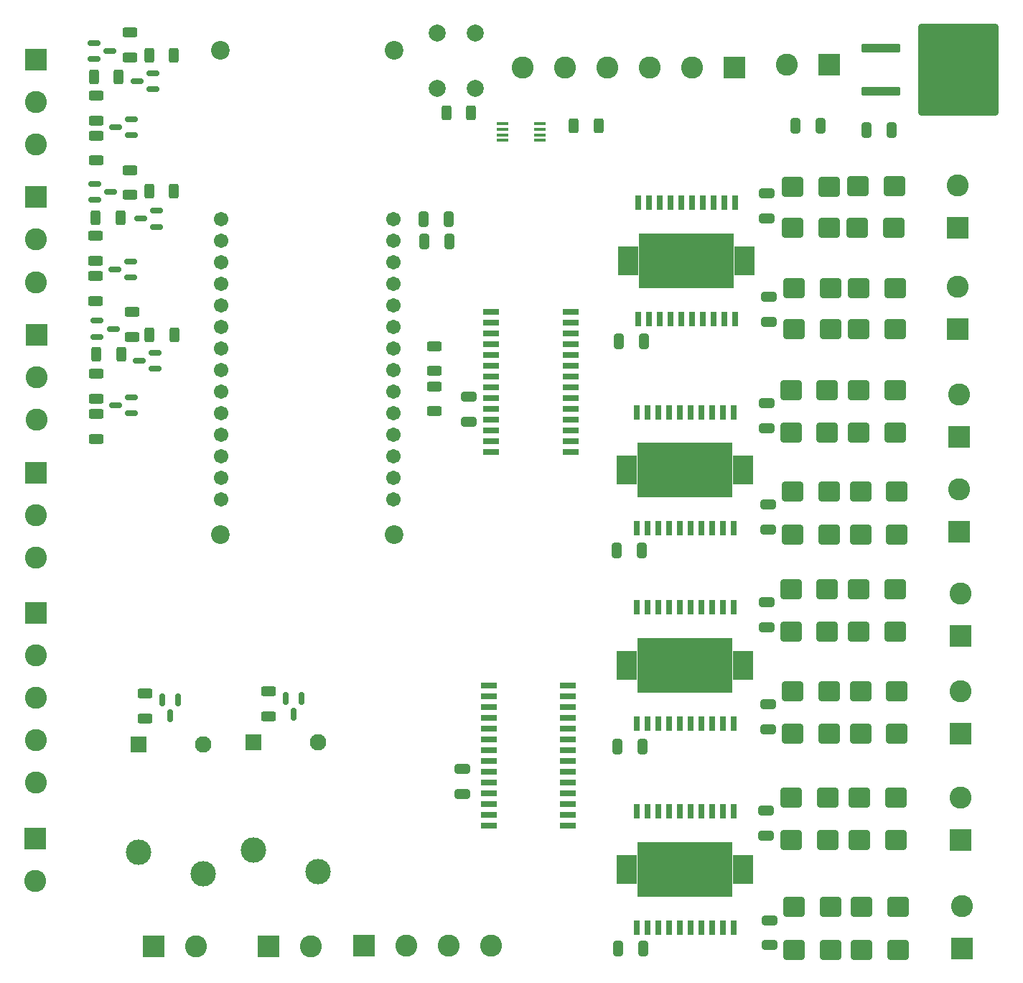
<source format=gbr>
%TF.GenerationSoftware,KiCad,Pcbnew,7.0.11*%
%TF.CreationDate,2024-05-01T23:49:06+02:00*%
%TF.ProjectId,KiCad,4b694361-642e-46b6-9963-61645f706362,rev?*%
%TF.SameCoordinates,Original*%
%TF.FileFunction,Soldermask,Top*%
%TF.FilePolarity,Negative*%
%FSLAX46Y46*%
G04 Gerber Fmt 4.6, Leading zero omitted, Abs format (unit mm)*
G04 Created by KiCad (PCBNEW 7.0.11) date 2024-05-01 23:49:06*
%MOMM*%
%LPD*%
G01*
G04 APERTURE LIST*
G04 Aperture macros list*
%AMRoundRect*
0 Rectangle with rounded corners*
0 $1 Rounding radius*
0 $2 $3 $4 $5 $6 $7 $8 $9 X,Y pos of 4 corners*
0 Add a 4 corners polygon primitive as box body*
4,1,4,$2,$3,$4,$5,$6,$7,$8,$9,$2,$3,0*
0 Add four circle primitives for the rounded corners*
1,1,$1+$1,$2,$3*
1,1,$1+$1,$4,$5*
1,1,$1+$1,$6,$7*
1,1,$1+$1,$8,$9*
0 Add four rect primitives between the rounded corners*
20,1,$1+$1,$2,$3,$4,$5,0*
20,1,$1+$1,$4,$5,$6,$7,0*
20,1,$1+$1,$6,$7,$8,$9,0*
20,1,$1+$1,$8,$9,$2,$3,0*%
G04 Aperture macros list end*
%ADD10RoundRect,0.250000X1.000000X0.900000X-1.000000X0.900000X-1.000000X-0.900000X1.000000X-0.900000X0*%
%ADD11R,2.600000X2.600000*%
%ADD12C,2.600000*%
%ADD13C,2.200000*%
%ADD14C,1.712000*%
%ADD15R,0.700000X1.700000*%
%ADD16R,2.415000X3.400000*%
%ADD17R,11.270000X6.400000*%
%ADD18RoundRect,0.250000X0.325000X0.650000X-0.325000X0.650000X-0.325000X-0.650000X0.325000X-0.650000X0*%
%ADD19RoundRect,0.250000X-0.325000X-0.650000X0.325000X-0.650000X0.325000X0.650000X-0.325000X0.650000X0*%
%ADD20RoundRect,0.250000X-0.625000X0.312500X-0.625000X-0.312500X0.625000X-0.312500X0.625000X0.312500X0*%
%ADD21RoundRect,0.250000X0.650000X-0.325000X0.650000X0.325000X-0.650000X0.325000X-0.650000X-0.325000X0*%
%ADD22RoundRect,0.150000X-0.587500X-0.150000X0.587500X-0.150000X0.587500X0.150000X-0.587500X0.150000X0*%
%ADD23RoundRect,0.150000X0.587500X0.150000X-0.587500X0.150000X-0.587500X-0.150000X0.587500X-0.150000X0*%
%ADD24RoundRect,0.250000X0.625000X-0.312500X0.625000X0.312500X-0.625000X0.312500X-0.625000X-0.312500X0*%
%ADD25RoundRect,0.250000X0.312500X0.625000X-0.312500X0.625000X-0.312500X-0.625000X0.312500X-0.625000X0*%
%ADD26RoundRect,0.250000X-0.650000X0.325000X-0.650000X-0.325000X0.650000X-0.325000X0.650000X0.325000X0*%
%ADD27RoundRect,0.250000X-0.312500X-0.625000X0.312500X-0.625000X0.312500X0.625000X-0.312500X0.625000X0*%
%ADD28R,1.400000X0.450000*%
%ADD29R,1.950000X1.950000*%
%ADD30C,1.950000*%
%ADD31C,3.000000*%
%ADD32R,1.850000X0.650000*%
%ADD33RoundRect,0.150000X-0.150000X0.587500X-0.150000X-0.587500X0.150000X-0.587500X0.150000X0.587500X0*%
%ADD34RoundRect,0.250000X-2.050000X-0.300000X2.050000X-0.300000X2.050000X0.300000X-2.050000X0.300000X0*%
%ADD35RoundRect,0.250002X-4.449998X-5.149998X4.449998X-5.149998X4.449998X5.149998X-4.449998X5.149998X0*%
%ADD36C,2.000000*%
G04 APERTURE END LIST*
D10*
%TO.C,D28*%
X166050000Y-78900000D03*
X161750000Y-78900000D03*
%TD*%
D11*
%TO.C,J18*%
X181245000Y-47798000D03*
D12*
X181245000Y-42798000D03*
%TD*%
D10*
%TO.C,D16*%
X165897500Y-114965200D03*
X161597500Y-114965200D03*
%TD*%
D11*
%TO.C,J11*%
X181355000Y-83600000D03*
D12*
X181355000Y-78600000D03*
%TD*%
D13*
%TO.C,U2*%
X94250000Y-26900000D03*
X94250000Y-83900000D03*
X114750000Y-26900000D03*
X114750000Y-83900000D03*
D14*
X94340000Y-46784800D03*
X94340000Y-49324800D03*
X94340000Y-51864800D03*
X94340000Y-54404800D03*
X94340000Y-56944800D03*
X94340000Y-59484800D03*
X94340000Y-62024800D03*
X94340000Y-64564800D03*
X94340000Y-67104800D03*
X94340000Y-69644800D03*
X94340000Y-72184800D03*
X94340000Y-74724800D03*
X94340000Y-77264800D03*
X94340000Y-79804800D03*
X114660000Y-79804800D03*
X114660000Y-77264800D03*
X114660000Y-74724800D03*
X114660000Y-72184800D03*
X114660000Y-69644800D03*
X114660000Y-67104800D03*
X114660000Y-64564800D03*
X114660000Y-62024800D03*
X114660000Y-59484800D03*
X114660000Y-56944800D03*
X114660000Y-54404800D03*
X114660000Y-51864800D03*
X114660000Y-49324800D03*
X114660000Y-46784800D03*
%TD*%
D15*
%TO.C,U4*%
X154765000Y-69510000D03*
X153495000Y-69510000D03*
X152225000Y-69510000D03*
X150955000Y-69510000D03*
X149685000Y-69510000D03*
X148415000Y-69510000D03*
X147145000Y-69510000D03*
X145875000Y-69510000D03*
X144605000Y-69510000D03*
X143335000Y-69510000D03*
X143335000Y-83210000D03*
X144605000Y-83210000D03*
X145875000Y-83210000D03*
X147145000Y-83210000D03*
X148415000Y-83210000D03*
X149685000Y-83210000D03*
X150955000Y-83210000D03*
X152225000Y-83210000D03*
X153495000Y-83210000D03*
X154765000Y-83210000D03*
D16*
X155892500Y-76360000D03*
D17*
X149050000Y-76360000D03*
D16*
X142207500Y-76360000D03*
%TD*%
D18*
%TO.C,C6*%
X144025000Y-108900000D03*
X141075000Y-108900000D03*
%TD*%
D19*
%TO.C,C14*%
X162094000Y-35729000D03*
X165044000Y-35729000D03*
%TD*%
D15*
%TO.C,U1*%
X154772500Y-116550000D03*
X153502500Y-116550000D03*
X152232500Y-116550000D03*
X150962500Y-116550000D03*
X149692500Y-116550000D03*
X148422500Y-116550000D03*
X147152500Y-116550000D03*
X145882500Y-116550000D03*
X144612500Y-116550000D03*
X143342500Y-116550000D03*
X143342500Y-130250000D03*
X144612500Y-130250000D03*
X145882500Y-130250000D03*
X147152500Y-130250000D03*
X148422500Y-130250000D03*
X149692500Y-130250000D03*
X150962500Y-130250000D03*
X152232500Y-130250000D03*
X153502500Y-130250000D03*
X154772500Y-130250000D03*
D16*
X155900000Y-123400000D03*
D17*
X149057500Y-123400000D03*
D16*
X142215000Y-123400000D03*
%TD*%
D11*
%TO.C,J2*%
X72507500Y-44184800D03*
D12*
X72507500Y-49184800D03*
X72507500Y-54184800D03*
%TD*%
D20*
%TO.C,R3*%
X79500000Y-48722300D03*
X79500000Y-51647300D03*
%TD*%
D10*
%TO.C,D29*%
X174050000Y-83900000D03*
X169750000Y-83900000D03*
%TD*%
D21*
%TO.C,C5*%
X158700000Y-94875000D03*
X158700000Y-91925000D03*
%TD*%
D22*
%TO.C,Q3*%
X79742500Y-58734800D03*
X79742500Y-60634800D03*
X81617500Y-59684800D03*
%TD*%
D23*
%TO.C,Q8*%
X86555000Y-64384800D03*
X86555000Y-62484800D03*
X84680000Y-63434800D03*
%TD*%
D24*
%TO.C,R26*%
X119500000Y-69397300D03*
X119500000Y-66472300D03*
%TD*%
D10*
%TO.C,D20*%
X166050000Y-102400000D03*
X161750000Y-102400000D03*
%TD*%
%TO.C,D40*%
X166048000Y-42948000D03*
X161748000Y-42948000D03*
%TD*%
D18*
%TO.C,C13*%
X173426000Y-36237000D03*
X170476000Y-36237000D03*
%TD*%
D10*
%TO.C,D33*%
X173850000Y-71900000D03*
X169550000Y-71900000D03*
%TD*%
D25*
%TO.C,R13*%
X82580000Y-62684800D03*
X79655000Y-62684800D03*
%TD*%
D15*
%TO.C,U3*%
X154765000Y-92510000D03*
X153495000Y-92510000D03*
X152225000Y-92510000D03*
X150955000Y-92510000D03*
X149685000Y-92510000D03*
X148415000Y-92510000D03*
X147145000Y-92510000D03*
X145875000Y-92510000D03*
X144605000Y-92510000D03*
X143335000Y-92510000D03*
X143335000Y-106210000D03*
X144605000Y-106210000D03*
X145875000Y-106210000D03*
X147145000Y-106210000D03*
X148415000Y-106210000D03*
X149685000Y-106210000D03*
X150955000Y-106210000D03*
X152225000Y-106210000D03*
X153495000Y-106210000D03*
X154765000Y-106210000D03*
D16*
X155892500Y-99360000D03*
D17*
X149050000Y-99360000D03*
D16*
X142207500Y-99360000D03*
%TD*%
D19*
%TO.C,C18*%
X118225000Y-46800000D03*
X121175000Y-46800000D03*
%TD*%
D26*
%TO.C,C1*%
X159055000Y-129365200D03*
X159055000Y-132315200D03*
%TD*%
D23*
%TO.C,Q7*%
X86750000Y-47672300D03*
X86750000Y-45772300D03*
X84875000Y-46722300D03*
%TD*%
D10*
%TO.C,D14*%
X166205000Y-132840200D03*
X161905000Y-132840200D03*
%TD*%
D22*
%TO.C,Q2*%
X79437500Y-42622300D03*
X79437500Y-44522300D03*
X81312500Y-43572300D03*
%TD*%
D26*
%TO.C,C4*%
X158900000Y-103925000D03*
X158900000Y-106875000D03*
%TD*%
D23*
%TO.C,D1*%
X83687500Y-53634800D03*
X83687500Y-51734800D03*
X81812500Y-52684800D03*
%TD*%
D11*
%TO.C,J10*%
X72500000Y-93184800D03*
D12*
X72500000Y-98184800D03*
X72500000Y-103184800D03*
X72500000Y-108184800D03*
X72500000Y-113184800D03*
%TD*%
D27*
%TO.C,R28*%
X120925000Y-34200000D03*
X123850000Y-34200000D03*
%TD*%
D18*
%TO.C,C9*%
X143985000Y-85820000D03*
X141035000Y-85820000D03*
%TD*%
D20*
%TO.C,R6*%
X79617500Y-69722300D03*
X79617500Y-72647300D03*
%TD*%
D10*
%TO.C,D34*%
X165850000Y-71900000D03*
X161550000Y-71900000D03*
%TD*%
D20*
%TO.C,R1*%
X79592500Y-32222300D03*
X79592500Y-35147300D03*
%TD*%
D10*
%TO.C,D15*%
X173897500Y-114965200D03*
X169597500Y-114965200D03*
%TD*%
%TO.C,D13*%
X174205000Y-132840200D03*
X169905000Y-132840200D03*
%TD*%
D11*
%TO.C,J14*%
X181355000Y-72400000D03*
D12*
X181355000Y-67400000D03*
%TD*%
D11*
%TO.C,J6*%
X181705000Y-132715200D03*
D12*
X181705000Y-127715200D03*
%TD*%
D10*
%TO.C,D26*%
X165850000Y-95400000D03*
X161550000Y-95400000D03*
%TD*%
D24*
%TO.C,R17*%
X83562500Y-43934800D03*
X83562500Y-41009800D03*
%TD*%
D11*
%TO.C,J19*%
X166069000Y-28566000D03*
D12*
X161069000Y-28566000D03*
%TD*%
D11*
%TO.C,J17*%
X181245000Y-59736000D03*
D12*
X181245000Y-54736000D03*
%TD*%
D21*
%TO.C,C8*%
X158700000Y-71375000D03*
X158700000Y-68425000D03*
%TD*%
D10*
%TO.C,D32*%
X165850000Y-66900000D03*
X161550000Y-66900000D03*
%TD*%
%TO.C,D12*%
X166205000Y-127840200D03*
X161905000Y-127840200D03*
%TD*%
D26*
%TO.C,C7*%
X158900000Y-80425000D03*
X158900000Y-83375000D03*
%TD*%
D28*
%TO.C,IC3*%
X127500000Y-35525000D03*
X127500000Y-36175000D03*
X127500000Y-36825000D03*
X127500000Y-37475000D03*
X131900000Y-37475000D03*
X131900000Y-36825000D03*
X131900000Y-36175000D03*
X131900000Y-35525000D03*
%TD*%
D21*
%TO.C,C11*%
X158700000Y-46709000D03*
X158700000Y-43759000D03*
%TD*%
D10*
%TO.C,D17*%
X173897500Y-119965200D03*
X169597500Y-119965200D03*
%TD*%
D11*
%TO.C,J13*%
X111200000Y-132400000D03*
D12*
X116200000Y-132400000D03*
X121200000Y-132400000D03*
X126200000Y-132400000D03*
%TD*%
D29*
%TO.C,K2*%
X98149125Y-108433750D03*
D30*
X105749125Y-108433750D03*
D31*
X98149125Y-121133750D03*
X105749125Y-123673750D03*
%TD*%
D23*
%TO.C,D2*%
X83742500Y-69634800D03*
X83742500Y-67734800D03*
X81867500Y-68684800D03*
%TD*%
D18*
%TO.C,C15*%
X121236000Y-49403000D03*
X118286000Y-49403000D03*
%TD*%
D10*
%TO.C,D41*%
X173668000Y-47774000D03*
X169368000Y-47774000D03*
%TD*%
D21*
%TO.C,C2*%
X158597500Y-119440200D03*
X158597500Y-116490200D03*
%TD*%
D10*
%TO.C,D30*%
X166050000Y-83900000D03*
X161750000Y-83900000D03*
%TD*%
D11*
%TO.C,J7*%
X181597500Y-119965200D03*
D12*
X181597500Y-114965200D03*
%TD*%
D32*
%TO.C,IC2*%
X125925000Y-101745000D03*
X125925000Y-103015000D03*
X125925000Y-104285000D03*
X125925000Y-105555000D03*
X125925000Y-106825000D03*
X125925000Y-108095000D03*
X125925000Y-109365000D03*
X125925000Y-110635000D03*
X125925000Y-111905000D03*
X125925000Y-113175000D03*
X125925000Y-114445000D03*
X125925000Y-115715000D03*
X125925000Y-116985000D03*
X125925000Y-118255000D03*
X135275000Y-118255000D03*
X135275000Y-116985000D03*
X135275000Y-115715000D03*
X135275000Y-114445000D03*
X135275000Y-113175000D03*
X135275000Y-111905000D03*
X135275000Y-110635000D03*
X135275000Y-109365000D03*
X135275000Y-108095000D03*
X135275000Y-106825000D03*
X135275000Y-105555000D03*
X135275000Y-104285000D03*
X135275000Y-103015000D03*
X135275000Y-101745000D03*
%TD*%
D27*
%TO.C,R22*%
X85850000Y-43472300D03*
X88775000Y-43472300D03*
%TD*%
D32*
%TO.C,IC1*%
X126200000Y-57670000D03*
X126200000Y-58940000D03*
X126200000Y-60210000D03*
X126200000Y-61480000D03*
X126200000Y-62750000D03*
X126200000Y-64020000D03*
X126200000Y-65290000D03*
X126200000Y-66560000D03*
X126200000Y-67830000D03*
X126200000Y-69100000D03*
X126200000Y-70370000D03*
X126200000Y-71640000D03*
X126200000Y-72910000D03*
X126200000Y-74180000D03*
X135550000Y-74180000D03*
X135550000Y-72910000D03*
X135550000Y-71640000D03*
X135550000Y-70370000D03*
X135550000Y-69100000D03*
X135550000Y-67830000D03*
X135550000Y-66560000D03*
X135550000Y-65290000D03*
X135550000Y-64020000D03*
X135550000Y-62750000D03*
X135550000Y-61480000D03*
X135550000Y-60210000D03*
X135550000Y-58940000D03*
X135550000Y-57670000D03*
%TD*%
D11*
%TO.C,J15*%
X86350875Y-132426250D03*
D12*
X91350875Y-132426250D03*
%TD*%
D10*
%TO.C,D27*%
X174050000Y-78900000D03*
X169750000Y-78900000D03*
%TD*%
D27*
%TO.C,R21*%
X85850000Y-27472300D03*
X88775000Y-27472300D03*
%TD*%
D11*
%TO.C,J12*%
X72445000Y-119750000D03*
D12*
X72445000Y-124750000D03*
%TD*%
D23*
%TO.C,Q6*%
X86312500Y-31472300D03*
X86312500Y-29572300D03*
X84437500Y-30522300D03*
%TD*%
D10*
%TO.C,D39*%
X173737000Y-42900000D03*
X169437000Y-42900000D03*
%TD*%
%TO.C,D18*%
X165897500Y-119965200D03*
X161597500Y-119965200D03*
%TD*%
D11*
%TO.C,J9*%
X181552500Y-95900000D03*
D12*
X181552500Y-90900000D03*
%TD*%
D11*
%TO.C,J16*%
X99899125Y-132433750D03*
D12*
X104899125Y-132433750D03*
%TD*%
D29*
%TO.C,K1*%
X84600875Y-108671250D03*
D30*
X92200875Y-108671250D03*
D31*
X84600875Y-121371250D03*
X92200875Y-123911250D03*
%TD*%
D33*
%TO.C,Q11*%
X103849125Y-103246250D03*
X101949125Y-103246250D03*
X102899125Y-105121250D03*
%TD*%
D27*
%TO.C,R23*%
X85905000Y-60434800D03*
X88830000Y-60434800D03*
%TD*%
D11*
%TO.C,J1*%
X72507500Y-27934800D03*
D12*
X72507500Y-32934800D03*
X72507500Y-37934800D03*
%TD*%
D22*
%TO.C,Q1*%
X79375000Y-26022300D03*
X79375000Y-27922300D03*
X81250000Y-26972300D03*
%TD*%
D24*
%TO.C,R16*%
X83562500Y-27684800D03*
X83562500Y-24759800D03*
%TD*%
D23*
%TO.C,D7*%
X83750000Y-36884800D03*
X83750000Y-34984800D03*
X81875000Y-35934800D03*
%TD*%
D11*
%TO.C,J21*%
X154900000Y-28900000D03*
D12*
X149900000Y-28900000D03*
X144900000Y-28900000D03*
X139900000Y-28900000D03*
X134900000Y-28900000D03*
X129900000Y-28900000D03*
%TD*%
D20*
%TO.C,R5*%
X79617500Y-64972300D03*
X79617500Y-67897300D03*
%TD*%
D27*
%TO.C,R7*%
X135937500Y-35800000D03*
X138862500Y-35800000D03*
%TD*%
D34*
%TO.C,U7*%
X172175000Y-26585000D03*
D35*
X181325000Y-29125000D03*
D34*
X172175000Y-31665000D03*
%TD*%
D18*
%TO.C,C12*%
X144240000Y-61130000D03*
X141290000Y-61130000D03*
%TD*%
D10*
%TO.C,D38*%
X166200000Y-59726000D03*
X161900000Y-59726000D03*
%TD*%
D20*
%TO.C,R4*%
X79500000Y-53472300D03*
X79500000Y-56397300D03*
%TD*%
D10*
%TO.C,D36*%
X166200000Y-54900000D03*
X161900000Y-54900000D03*
%TD*%
%TO.C,D23*%
X173850000Y-90400000D03*
X169550000Y-90400000D03*
%TD*%
D15*
%TO.C,U5*%
X154955000Y-44820000D03*
X153685000Y-44820000D03*
X152415000Y-44820000D03*
X151145000Y-44820000D03*
X149875000Y-44820000D03*
X148605000Y-44820000D03*
X147335000Y-44820000D03*
X146065000Y-44820000D03*
X144795000Y-44820000D03*
X143525000Y-44820000D03*
X143525000Y-58520000D03*
X144795000Y-58520000D03*
X146065000Y-58520000D03*
X147335000Y-58520000D03*
X148605000Y-58520000D03*
X149875000Y-58520000D03*
X151145000Y-58520000D03*
X152415000Y-58520000D03*
X153685000Y-58520000D03*
X154955000Y-58520000D03*
D16*
X156082500Y-51670000D03*
D17*
X149240000Y-51670000D03*
D16*
X142397500Y-51670000D03*
%TD*%
D24*
%TO.C,R27*%
X119500000Y-64647300D03*
X119500000Y-61722300D03*
%TD*%
D25*
%TO.C,R12*%
X82462500Y-46600000D03*
X79537500Y-46600000D03*
%TD*%
D26*
%TO.C,C10*%
X158970000Y-55925000D03*
X158970000Y-58875000D03*
%TD*%
D36*
%TO.C,SW1*%
X124350000Y-24850000D03*
X124350000Y-31350000D03*
X119850000Y-24850000D03*
X119850000Y-31350000D03*
%TD*%
D18*
%TO.C,C3*%
X144137500Y-132670000D03*
X141187500Y-132670000D03*
%TD*%
D26*
%TO.C,C16*%
X123600000Y-67725000D03*
X123600000Y-70675000D03*
%TD*%
%TO.C,C17*%
X122800000Y-111525000D03*
X122800000Y-114475000D03*
%TD*%
D10*
%TO.C,D42*%
X166048000Y-47774000D03*
X161748000Y-47774000D03*
%TD*%
%TO.C,D19*%
X174050000Y-102400000D03*
X169750000Y-102400000D03*
%TD*%
%TO.C,D25*%
X173850000Y-95400000D03*
X169550000Y-95400000D03*
%TD*%
D24*
%TO.C,R18*%
X83867500Y-60647300D03*
X83867500Y-57722300D03*
%TD*%
D10*
%TO.C,D35*%
X173820000Y-54900000D03*
X169520000Y-54900000D03*
%TD*%
%TO.C,D24*%
X165850000Y-90400000D03*
X161550000Y-90400000D03*
%TD*%
%TO.C,D37*%
X173820000Y-59726000D03*
X169520000Y-59726000D03*
%TD*%
D24*
%TO.C,R30*%
X85350875Y-105583750D03*
X85350875Y-102658750D03*
%TD*%
D11*
%TO.C,J8*%
X181552500Y-107400000D03*
D12*
X181552500Y-102400000D03*
%TD*%
D11*
%TO.C,J3*%
X72562500Y-60434800D03*
D12*
X72562500Y-65434800D03*
X72562500Y-70434800D03*
%TD*%
D10*
%TO.C,D22*%
X166050000Y-107400000D03*
X161750000Y-107400000D03*
%TD*%
D25*
%TO.C,R11*%
X82275000Y-29972300D03*
X79350000Y-29972300D03*
%TD*%
D11*
%TO.C,J5*%
X72507500Y-76684800D03*
D12*
X72507500Y-81684800D03*
X72507500Y-86684800D03*
%TD*%
D20*
%TO.C,R2*%
X79592500Y-36937500D03*
X79592500Y-39862500D03*
%TD*%
D24*
%TO.C,R29*%
X99899125Y-105333750D03*
X99899125Y-102408750D03*
%TD*%
D10*
%TO.C,D11*%
X174205000Y-127840200D03*
X169905000Y-127840200D03*
%TD*%
%TO.C,D31*%
X173850000Y-66900000D03*
X169550000Y-66900000D03*
%TD*%
D33*
%TO.C,Q12*%
X89300875Y-103433750D03*
X87400875Y-103433750D03*
X88350875Y-105308750D03*
%TD*%
D10*
%TO.C,D21*%
X174050000Y-107400000D03*
X169750000Y-107400000D03*
%TD*%
M02*

</source>
